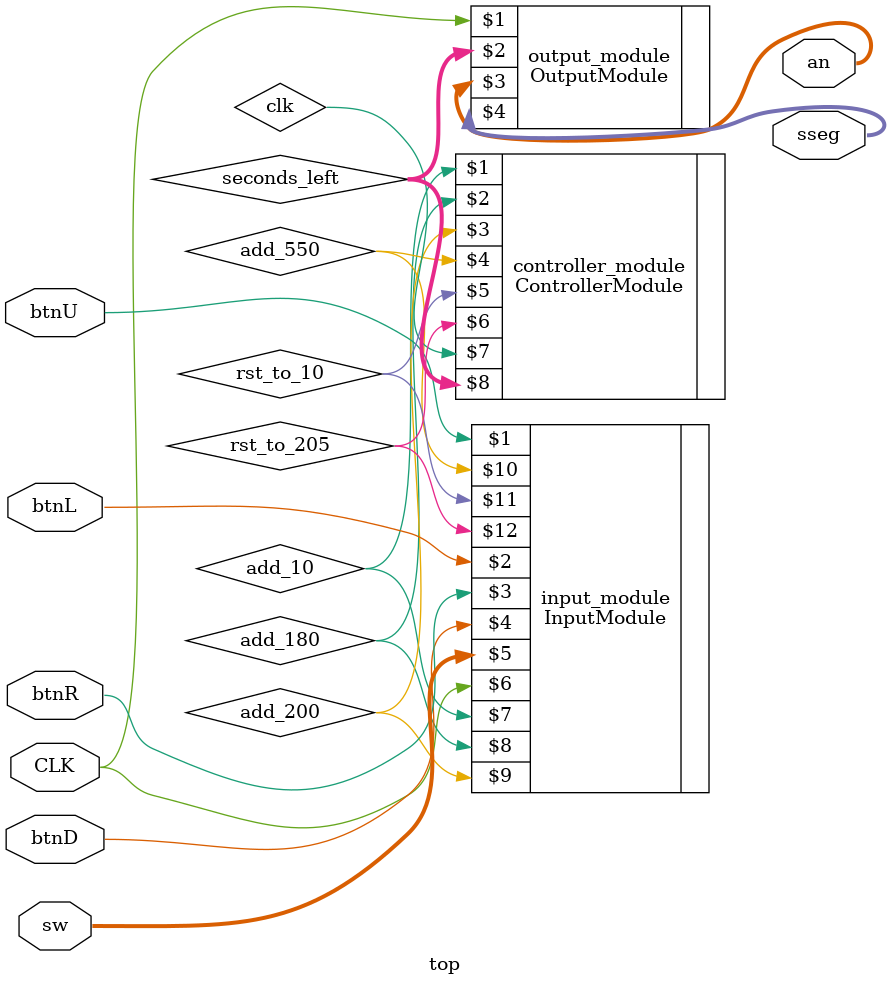
<source format=v>
`timescale 1ns / 1ps


module top(
    input CLK,
    input btnU, btnL, btnR, btnD,
    input [1:0] sw,
    output [3:0] an,
    output [6:0] sseg
    );
    
    wire add_10, add_180, add_200, add_550;
    wire rst_to_10, rst_to_205;

    wire [15:0] seconds_left;

    InputModule input_module(btnU, btnL, btnR, btnD, sw, CLK, add_10, add_180, add_200, add_550, rst_to_10, rst_to_205);

    ControllerModule controller_module(add_10, add_180, add_200, add_550, rst_to_10, rst_to_205, clk, seconds_left);

    OutputModule output_module(CLK, seconds_left, an, sseg);
    
endmodule

</source>
